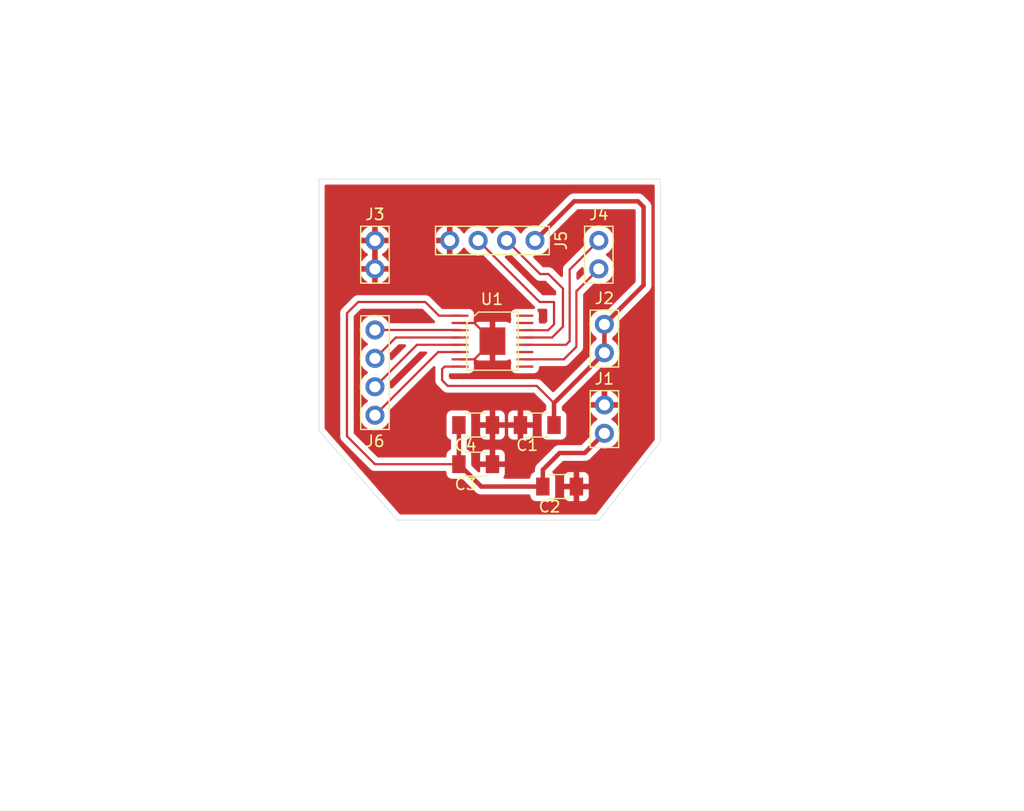
<source format=kicad_pcb>
(kicad_pcb (version 20241229) (generator "pcbnew") (generator_version "9.0")
  (layers (0 "F.Cu" signal) (2 "B.Cu" signal) (13 "F.Paste" user) (15 "B.Paste" user) (5 "F.SilkS" user "F.Silkscreen") (7 "B.SilkS" user "B.Silkscreen") (1 "F.Mask" user) (3 "B.Mask" user) (25 "Edge.Cuts" user))
  (net 0 "")
  (net 1 "Net-(J1-Pin_2)")
  (net 5 "gnd")
  (net 7 "Net-(J2-Pin_1)")
  (net 8 "Net-(J4-Pin_2)")
  (net 9 "Net-(J4-Pin_1)")
  (net 10 "Net-(J5-Pin_2)")
  (net 11 "Net-(J6-Pin_2)")
  (net 12 "Net-(J6-Pin_1)")
  (net 13 "Net-(J5-Pin_3)")
  (net 14 "Net-(J6-Pin_4)")
  (net 15 "Net-(J6-Pin_3)")
  (footprint "fab:C_1206" (layer "F.Cu") (at 138.5 77 180)
    (property "Reference" "C2" (at 0.9 -1.8 0) (layer "F.SilkS"))
    (property "Value" "C_1206")
    (fp_line (start 1 1.07) (end -1 1.07) (stroke (width 0.12)) (layer "F.SilkS"))
    (fp_line (start -1 -1.07) (end 1 -1.07) (stroke (width 0.12)) (layer "F.SilkS"))
    (pad "1" smd rect (at -1.5 0 180) (size 1.2 1.6) (layers "F.Cu" "F.Mask" "F.Paste") (net 5 "gnd"))
    (pad "2" smd rect (at 1.5 0 180) (size 1.2 1.6) (layers "F.Cu" "F.Mask" "F.Paste") (net 1 "Net-(J1-Pin_2)"))
  )
  (footprint "fab:PinHeader_01x02_P2.54mm_Vertical_THT_D1mm" (layer "F.Cu") (at 122 55)
    (property "Reference" "J3" (at 0 -2.33 0) (layer "F.SilkS"))
    (property "Value" "PinHeader_01x02_P2.54mm_Vertical_THT_D1mm")
    (fp_line (start -1.27 -1.27) (end -1.27 3.81) (stroke (width 0.12)) (layer "F.SilkS"))
    (fp_line (start -1.27 -1.27) (end 1.27 -1.27) (stroke (width 0.12)) (layer "F.SilkS"))
    (fp_line (start -1.27 3.81) (end 1.27 3.81) (stroke (width 0.12)) (layer "F.SilkS"))
    (fp_line (start 1.27 -1.27) (end 1.27 3.81) (stroke (width 0.12)) (layer "F.SilkS"))
    (pad "1" thru_hole oval (at 0 0) (size 1.7 1.7) (drill 1) (layers "*.Cu" "*.Mask") (net 5 "gnd"))
    (pad "2" thru_hole oval (at 0 2.54) (size 1.7 1.7) (drill 1) (layers "*.Cu" "*.Mask") (net 5 "gnd"))
  )
  (footprint "fab:PinHeader_01x04_P2.54mm_Vertical_THT_D1mm" (layer "F.Cu") (at 136.3 55 -90)
    (property "Reference" "J5" (at 0 -2.33 90) (layer "F.SilkS"))
    (property "Value" "PinHeader_01x04_P2.54mm_Vertical_THT_D1mm")
    (fp_line (start -1.27 8.89) (end 1.27 8.89) (stroke (width 0.12)) (layer "F.SilkS"))
    (fp_line (start -1.27 -1.27) (end -1.27 8.89) (stroke (width 0.12)) (layer "F.SilkS"))
    (fp_line (start -1.27 -1.27) (end 1.27 -1.27) (stroke (width 0.12)) (layer "F.SilkS"))
    (fp_line (start 1.27 -1.27) (end 1.27 8.89) (stroke (width 0.12)) (layer "F.SilkS"))
    (pad "1" thru_hole oval (at 0 0 270) (size 1.7 1.7) (drill 1) (layers "*.Cu" "*.Mask") (net 7 "Net-(J2-Pin_1)"))
    (pad "2" thru_hole oval (at 0 2.54 270) (size 1.7 1.7) (drill 1) (layers "*.Cu" "*.Mask") (net 10 "Net-(J5-Pin_2)"))
    (pad "3" thru_hole oval (at 0 5.08 270) (size 1.7 1.7) (drill 1) (layers "*.Cu" "*.Mask") (net 13 "Net-(J5-Pin_3)"))
    (pad "4" thru_hole oval (at 0 7.62 270) (size 1.7 1.7) (drill 1) (layers "*.Cu" "*.Mask") (net 5 "gnd"))
  )
  (footprint "fab:PinHeader_01x02_P2.54mm_Vertical_THT_D1mm" (layer "F.Cu") (at 142 55)
    (property "Reference" "J4" (at 0 -2.33 0) (layer "F.SilkS"))
    (property "Value" "PinHeader_01x02_P2.54mm_Vertical_THT_D1mm")
    (fp_line (start -1.27 -1.27) (end -1.27 3.81) (stroke (width 0.12)) (layer "F.SilkS"))
    (fp_line (start -1.27 -1.27) (end 1.27 -1.27) (stroke (width 0.12)) (layer "F.SilkS"))
    (fp_line (start -1.27 3.81) (end 1.27 3.81) (stroke (width 0.12)) (layer "F.SilkS"))
    (fp_line (start 1.27 -1.27) (end 1.27 3.81) (stroke (width 0.12)) (layer "F.SilkS"))
    (pad "1" thru_hole oval (at 0 0) (size 1.7 1.7) (drill 1) (layers "*.Cu" "*.Mask") (net 9 "Net-(J4-Pin_1)"))
    (pad "2" thru_hole oval (at 0 2.54) (size 1.7 1.7) (drill 1) (layers "*.Cu" "*.Mask") (net 8 "Net-(J4-Pin_2)"))
  )
  (footprint "fab:C_1206" (layer "F.Cu") (at 131 71.5 180)
    (property "Reference" "C4" (at 0.9 -1.8 0) (layer "F.SilkS"))
    (property "Value" "C_1206")
    (fp_line (start 1 1.07) (end -1 1.07) (stroke (width 0.12)) (layer "F.SilkS"))
    (fp_line (start -1 -1.07) (end 1 -1.07) (stroke (width 0.12)) (layer "F.SilkS"))
    (pad "1" smd rect (at -1.5 0 180) (size 1.2 1.6) (layers "F.Cu" "F.Mask" "F.Paste") (net 5 "gnd"))
    (pad "2" smd rect (at 1.5 0 180) (size 1.2 1.6) (layers "F.Cu" "F.Mask" "F.Paste") (net 1 "Net-(J1-Pin_2)"))
  )
  (footprint "fab:HTSSOP-16" (layer "F.Cu") (at 132.5 64)
    (property "Reference" "U1" (at -0.05 -3.75 0) (layer "F.SilkS"))
    (property "Value" "MotorDriver_TI_DRV8428EPWPR")
    (fp_line (start -2.3 -1.625) (end -1.25 -2.6) (stroke (width 0.12)) (layer "F.SilkS"))
    (fp_line (start -2.3 2.6) (end -2.3 -1.625) (stroke (width 0.12)) (layer "F.SilkS"))
    (fp_line (start -1.25 -2.6) (end 2.3 -2.6) (stroke (width 0.12)) (layer "F.SilkS"))
    (fp_line (start 2.3 -2.6) (end 2.3 2.6) (stroke (width 0.12)) (layer "F.SilkS"))
    (fp_line (start 2.3 2.6) (end -2.3 2.6) (stroke (width 0.12)) (layer "F.SilkS"))
    (pad "1" smd rect (at -2.9 -2.275 270) (size 0.2 1.5) (layers "F.Cu" "F.Mask" "F.Paste") (net 1 "Net-(J1-Pin_2)"))
    (pad "2" smd rect (at -2.9 -1.625 270) (size 0.2 1.5) (layers "F.Cu" "F.Mask" "F.Paste") (net 5 "gnd"))
    (pad "3" smd rect (at -2.9 -0.975 270) (size 0.2 1.5) (layers "F.Cu" "F.Mask" "F.Paste") (net 14 "Net-(J6-Pin_4)"))
    (pad "4" smd rect (at -2.9 -0.325 270) (size 0.2 1.5) (layers "F.Cu" "F.Mask" "F.Paste") (net 15 "Net-(J6-Pin_3)"))
    (pad "5" smd rect (at -2.9 0.325 270) (size 0.2 1.5) (layers "F.Cu" "F.Mask" "F.Paste") (net 11 "Net-(J6-Pin_2)"))
    (pad "6" smd rect (at -2.9 0.975 270) (size 0.2 1.5) (layers "F.Cu" "F.Mask" "F.Paste") (net 12 "Net-(J6-Pin_1)"))
    (pad "7" smd rect (at -2.9 1.625 270) (size 0.2 1.5) (layers "F.Cu" "F.Mask" "F.Paste") (net 5 "gnd"))
    (pad "8" smd rect (at -2.9 2.275 270) (size 0.2 1.5) (layers "F.Cu" "F.Mask" "F.Paste") (net 7 "Net-(J2-Pin_1)"))
    (pad "9" smd rect (at 2.9 2.275 270) (size 0.2 1.5) (layers "F.Cu" "F.Mask" "F.Paste"))
    (pad "10" smd rect (at 2.9 1.625 270) (size 0.2 1.5) (layers "F.Cu" "F.Mask" "F.Paste") (net 8 "Net-(J4-Pin_2)"))
    (pad "11" smd rect (at 2.9 0.975 270) (size 0.2 1.5) (layers "F.Cu" "F.Mask" "F.Paste"))
    (pad "12" smd rect (at 2.9 0.325 270) (size 0.2 1.5) (layers "F.Cu" "F.Mask" "F.Paste") (net 9 "Net-(J4-Pin_1)"))
    (pad "13" smd rect (at 2.9 -0.325 270) (size 0.2 1.5) (layers "F.Cu" "F.Mask" "F.Paste") (net 10 "Net-(J5-Pin_2)"))
    (pad "14" smd rect (at 2.9 -0.975 270) (size 0.2 1.5) (layers "F.Cu" "F.Mask" "F.Paste") (net 13 "Net-(J5-Pin_3)"))
    (pad "15" smd rect (at 2.9 -1.625 270) (size 0.2 1.5) (layers "F.Cu" "F.Mask" "F.Paste"))
    (pad "16" smd rect (at 2.9 -2.275 270) (size 0.2 1.5) (layers "F.Cu" "F.Mask" "F.Paste"))
    (pad "17" smd rect (at 0 0 270) (size 2.46 2.31) (layers "F.Cu" "F.Mask" "F.Paste") (net 5 "gnd"))
  )
  (footprint "fab:C_1206" (layer "F.Cu") (at 131 75 180)
    (property "Reference" "C3" (at 0.9 -1.8 0) (layer "F.SilkS"))
    (property "Value" "C_1206")
    (fp_line (start 1 1.07) (end -1 1.07) (stroke (width 0.12)) (layer "F.SilkS"))
    (fp_line (start -1 -1.07) (end 1 -1.07) (stroke (width 0.12)) (layer "F.SilkS"))
    (pad "1" smd rect (at -1.5 0 180) (size 1.2 1.6) (layers "F.Cu" "F.Mask" "F.Paste") (net 5 "gnd"))
    (pad "2" smd rect (at 1.5 0 180) (size 1.2 1.6) (layers "F.Cu" "F.Mask" "F.Paste") (net 1 "Net-(J1-Pin_2)"))
  )
  (footprint "fab:PinHeader_01x04_P2.54mm_Vertical_THT_D1mm" (layer "F.Cu") (at 122 70.62 180)
    (property "Reference" "J6" (at 0 -2.33 0) (layer "F.SilkS"))
    (property "Value" "PinHeader_01x04_P2.54mm_Vertical_THT_D1mm")
    (fp_line (start 1.27 -1.27) (end 1.27 8.89) (stroke (width 0.12)) (layer "F.SilkS"))
    (fp_line (start -1.27 8.89) (end 1.27 8.89) (stroke (width 0.12)) (layer "F.SilkS"))
    (fp_line (start -1.27 -1.27) (end 1.27 -1.27) (stroke (width 0.12)) (layer "F.SilkS"))
    (fp_line (start -1.27 -1.27) (end -1.27 8.89) (stroke (width 0.12)) (layer "F.SilkS"))
    (pad "1" thru_hole oval (at 0 0 180) (size 1.7 1.7) (drill 1) (layers "*.Cu" "*.Mask") (net 12 "Net-(J6-Pin_1)"))
    (pad "2" thru_hole oval (at 0 2.54 180) (size 1.7 1.7) (drill 1) (layers "*.Cu" "*.Mask") (net 11 "Net-(J6-Pin_2)"))
    (pad "3" thru_hole oval (at 0 5.08 180) (size 1.7 1.7) (drill 1) (layers "*.Cu" "*.Mask") (net 15 "Net-(J6-Pin_3)"))
    (pad "4" thru_hole oval (at 0 7.62 180) (size 1.7 1.7) (drill 1) (layers "*.Cu" "*.Mask") (net 14 "Net-(J6-Pin_4)"))
  )
  (footprint "fab:C_1206" (layer "F.Cu") (at 136.5 71.5 180)
    (property "Reference" "C1" (at 0.9 -1.8 0) (layer "F.SilkS"))
    (property "Value" "C_1206")
    (fp_line (start 1 1.07) (end -1 1.07) (stroke (width 0.12)) (layer "F.SilkS"))
    (fp_line (start -1 -1.07) (end 1 -1.07) (stroke (width 0.12)) (layer "F.SilkS"))
    (pad "1" smd rect (at -1.5 0 180) (size 1.2 1.6) (layers "F.Cu" "F.Mask" "F.Paste") (net 7 "Net-(J2-Pin_1)"))
    (pad "2" smd rect (at 1.5 0 180) (size 1.2 1.6) (layers "F.Cu" "F.Mask" "F.Paste") (net 5 "gnd"))
  )
  (footprint "fab:PinHeader_01x02_P2.54mm_Vertical_THT_D1mm" (layer "F.Cu") (at 142.5 69.7)
    (property "Reference" "J1" (at 0 -2.33 0) (layer "F.SilkS"))
    (property "Value" "PinHeader_01x02_P2.54mm_Vertical_THT_D1mm")
    (fp_line (start -1.27 -1.27) (end -1.27 3.81) (stroke (width 0.12)) (layer "F.SilkS"))
    (fp_line (start -1.27 -1.27) (end 1.27 -1.27) (stroke (width 0.12)) (layer "F.SilkS"))
    (fp_line (start -1.27 3.81) (end 1.27 3.81) (stroke (width 0.12)) (layer "F.SilkS"))
    (fp_line (start 1.27 -1.27) (end 1.27 3.81) (stroke (width 0.12)) (layer "F.SilkS"))
    (pad "1" thru_hole oval (at 0 0) (size 1.7 1.7) (drill 1) (layers "*.Cu" "*.Mask") (net 5 "gnd"))
    (pad "2" thru_hole oval (at 0 2.54) (size 1.7 1.7) (drill 1) (layers "*.Cu" "*.Mask") (net 1 "Net-(J1-Pin_2)"))
  )
  (footprint "fab:PinHeader_01x02_P2.54mm_Vertical_THT_D1mm" (layer "F.Cu") (at 142.5 62.5)
    (property "Reference" "J2" (at 0 -2.33 0) (layer "F.SilkS"))
    (property "Value" "PinHeader_01x02_P2.54mm_Vertical_THT_D1mm")
    (fp_line (start -1.27 -1.27) (end -1.27 3.81) (stroke (width 0.12)) (layer "F.SilkS"))
    (fp_line (start -1.27 -1.27) (end 1.27 -1.27) (stroke (width 0.12)) (layer "F.SilkS"))
    (fp_line (start -1.27 3.81) (end 1.27 3.81) (stroke (width 0.12)) (layer "F.SilkS"))
    (fp_line (start 1.27 -1.27) (end 1.27 3.81) (stroke (width 0.12)) (layer "F.SilkS"))
    (pad "1" thru_hole oval (at 0 0) (size 1.7 1.7) (drill 1) (layers "*.Cu" "*.Mask") (net 7 "Net-(J2-Pin_1)"))
    (pad "2" thru_hole oval (at 0 2.54) (size 1.7 1.7) (drill 1) (layers "*.Cu" "*.Mask") (net 7 "Net-(J2-Pin_1)"))
  )
  (gr_line (start 124 80) (end 117 72) (stroke (width 0.05)) (layer "Edge.Cuts"))
  (gr_line (start 117 49.5) (end 147.5 49.5) (stroke (width 0.05)) (layer "Edge.Cuts"))
  (gr_line (start 117 52.5) (end 117 49.5) (stroke (width 0.05)) (layer "Edge.Cuts"))
  (gr_line (start 117 72) (end 117 54) (stroke (width 0.05)) (layer "Edge.Cuts"))
  (gr_line (start 147.5 49.5) (end 147.5 52) (stroke (width 0.05)) (layer "Edge.Cuts"))
  (gr_line (start 127 80) (end 124 80) (stroke (width 0.05)) (layer "Edge.Cuts"))
  (gr_line (start 142 80) (end 127 80) (stroke (width 0.05)) (layer "Edge.Cuts"))
  (gr_line (start 147.5 73) (end 142 80) (stroke (width 0.05)) (layer "Edge.Cuts"))
  (gr_line (start 117 54) (end 117 52.5) (stroke (width 0.05)) (layer "Edge.Cuts"))
  (gr_line (start 147.5 52) (end 147.5 73) (stroke (width 0.05)) (layer "Edge.Cuts"))
  (segment (start 142.5 72.24) (end 140.74 74) (width 0.4) (layer "F.Cu") (net 1))
  (segment (start 129.6 61.725) (end 127.725 61.725) (width 0.2) (layer "F.Cu") (net 1))
  (segment (start 122 75) (end 129.5 75) (width 0.2) (layer "F.Cu") (net 1))
  (segment (start 140.74 74) (end 138.5 74) (width 0.4) (layer "F.Cu") (net 1))
  (segment (start 138.5 74) (end 137 75.5) (width 0.4) (layer "F.Cu") (net 1))
  (segment (start 127.725 61.725) (end 126.5 60.5) (width 0.2) (layer "F.Cu") (net 1))
  (segment (start 119.5 72.5) (end 122 75) (width 0.2) (layer "F.Cu") (net 1))
  (segment (start 129.5 75) (end 129.5 71.5) (width 0.4) (layer "F.Cu") (net 1))
  (segment (start 137 77) (end 131.5 77) (width 0.4) (layer "F.Cu") (net 1))
  (segment (start 131.5 77) (end 129.5 75) (width 0.4) (layer "F.Cu") (net 1))
  (segment (start 137 75.5) (end 137 77) (width 0.4) (layer "F.Cu") (net 1))
  (segment (start 120.5 60.5) (end 119.5 61.5) (width 0.2) (layer "F.Cu") (net 1))
  (segment (start 119.5 61.5) (end 119.5 72.5) (width 0.2) (layer "F.Cu") (net 1))
  (segment (start 126.5 60.5) (end 120.5 60.5) (width 0.2) (layer "F.Cu") (net 1))
  (segment (start 130.875 65.625) (end 129.6 65.625) (width 0.2) (layer "F.Cu") (net 5))
  (segment (start 132.5 64) (end 130.875 65.625) (width 0.2) (layer "F.Cu") (net 5))
  (segment (start 129.6 62.375) (end 130.875 62.375) (width 0.2) (layer "F.Cu") (net 5))
  (segment (start 130.875 62.375) (end 132.5 64) (width 0.2) (layer "F.Cu") (net 5))
  (segment (start 139.8 51.5) (end 136.3 55) (width 0.4) (layer "F.Cu") (net 7))
  (segment (start 146 52) (end 145.5 51.5) (width 0.4) (layer "F.Cu") (net 7))
  (segment (start 128 67.5) (end 128.5 68) (width 0.2) (layer "F.Cu") (net 7))
  (segment (start 136.46 68) (end 138 69.54) (width 0.2) (layer "F.Cu") (net 7))
  (segment (start 138 71.5) (end 138 69.54) (width 0.4) (layer "F.Cu") (net 7))
  (segment (start 146 59) (end 146 52) (width 0.4) (layer "F.Cu") (net 7))
  (segment (start 129.6 66.275) (end 128.225 66.275) (width 0.2) (layer "F.Cu") (net 7))
  (segment (start 128.225 66.275) (end 128 66.5) (width 0.2) (layer "F.Cu") (net 7))
  (segment (start 145.5 51.5) (end 139.8 51.5) (width 0.4) (layer "F.Cu") (net 7))
  (segment (start 142.5 62.5) (end 146 59) (width 0.4) (layer "F.Cu") (net 7))
  (segment (start 128.5 68) (end 136.46 68) (width 0.2) (layer "F.Cu") (net 7))
  (segment (start 138 69.54) (end 142.5 65.04) (width 0.4) (layer "F.Cu") (net 7))
  (segment (start 128 66.5) (end 128 67.5) (width 0.2) (layer "F.Cu") (net 7))
  (segment (start 142.5 62.5) (end 142.5 65.04) (width 0.4) (layer "F.Cu") (net 7))
  (segment (start 135.4 65.625) (end 138.875 65.625) (width 0.2) (layer "F.Cu") (net 8))
  (segment (start 140 59.54) (end 142 57.54) (width 0.2) (layer "F.Cu") (net 8))
  (segment (start 138.875 65.625) (end 140 64.5) (width 0.2) (layer "F.Cu") (net 8))
  (segment (start 140 64.5) (end 140 59.54) (width 0.2) (layer "F.Cu") (net 8))
  (segment (start 139.399 64) (end 139.399 57.601) (width 0.2) (layer "F.Cu") (net 9))
  (segment (start 139.399 57.601) (end 142 55) (width 0.2) (layer "F.Cu") (net 9))
  (segment (start 139.074 64.325) (end 139.399 64) (width 0.2) (layer "F.Cu") (net 9))
  (segment (start 135.4 64.325) (end 139.074 64.325) (width 0.2) (layer "F.Cu") (net 9))
  (segment (start 135.4 63.675) (end 137.825 63.675) (width 0.2) (layer "F.Cu") (net 10))
  (segment (start 138.798 59.298) (end 137.5 58) (width 0.2) (layer "F.Cu") (net 10))
  (segment (start 137.825 63.675) (end 138.798 62.702) (width 0.2) (layer "F.Cu") (net 10))
  (segment (start 137.5 58) (end 136.76 58) (width 0.2) (layer "F.Cu") (net 10))
  (segment (start 136.76 58) (end 133.76 55) (width 0.2) (layer "F.Cu") (net 10))
  (segment (start 138.798 62.702) (end 138.798 59.298) (width 0.2) (layer "F.Cu") (net 10))
  (segment (start 122 68.08) (end 125.755 64.325) (width 0.2) (layer "F.Cu") (net 11))
  (segment (start 125.755 64.325) (end 129.6 64.325) (width 0.2) (layer "F.Cu") (net 11))
  (segment (start 122 70.62) (end 127.645 64.975) (width 0.2) (layer "F.Cu") (net 12))
  (segment (start 127.645 64.975) (end 129.6 64.975) (width 0.2) (layer "F.Cu") (net 12))
  (segment (start 138 62.5) (end 138 60.5) (width 0.2) (layer "F.Cu") (net 13))
  (segment (start 137.475 63.025) (end 138 62.5) (width 0.2) (layer "F.Cu") (net 13))
  (segment (start 136.72 60.5) (end 131.22 55) (width 0.2) (layer "F.Cu") (net 13))
  (segment (start 138 60.5) (end 136.72 60.5) (width 0.2) (layer "F.Cu") (net 13))
  (segment (start 135.4 63.025) (end 137.475 63.025) (width 0.2) (layer "F.Cu") (net 13))
  (segment (start 122 63) (end 129.575 63) (width 0.2) (layer "F.Cu") (net 14))
  (segment (start 129.575 63) (end 129.6 63.025) (width 0.2) (layer "F.Cu") (net 14))
  (segment (start 123.865 63.675) (end 129.6 63.675) (width 0.2) (layer "F.Cu") (net 15))
  (segment (start 122 65.54) (end 123.865 63.675) (width 0.2) (layer "F.Cu") (net 15))
  (zone (net 5) (net_name "gnd") (layer "F.Cu") (connect_pads (clearance 0.5)) (min_thickness 0.25) (fill yes (thermal_gap 0.5) (thermal_bridge_width 0.5) (island_removal_mode 1) (island_area_min 10))
    (polygon (pts (xy 88.5 33.5) (xy 180 34) (xy 179 106) (xy 92 102)))
  )
)
</source>
